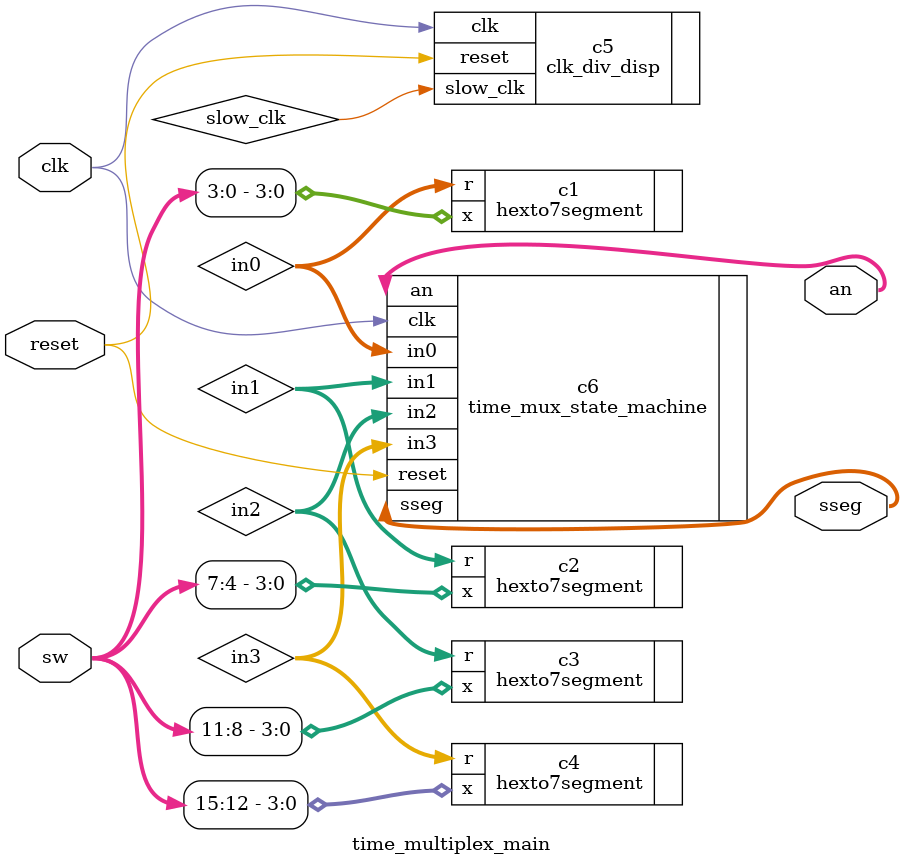
<source format=v>
`timescale 1ns / 1ps

module time_multiplex_main(
    input clk,
    input reset,
    input [15:0] sw,
    output [3:0] an,
    output [6:0] sseg
    );
    
    wire [6:0] in0, in1, in2, in3;
    wire slow_clk;
    
    // Module instantiation of hexto7segment decoder
    hexto7segment c1 (.x(sw[3:0]), .r(in0));
    hexto7segment c2 (.x(sw[7:4]), .r(in1));
    hexto7segment c3 (.x(sw[11:8]), .r(in2));
    hexto7segment c4 (.x(sw[15:12]), .r(in3));
    
    // Module instantiation of clock divider
    // same functionality as the clk_div before, but may have a different width requirement
    
    clk_div_disp c5 (.clk(clk), .reset(reset), .slow_clk(slow_clk));
    
    // Module instantiation of the multiplexer
    
    
    //replace slow_clk with clk for simulation, and vice versa
    time_mux_state_machine c6 (
        .clk(clk),
        .reset(reset),
        .in0(in0),
        .in1(in1),
        .in2(in2),
        .in3(in3),
        .an(an),
        .sseg(sseg));
    
endmodule

</source>
